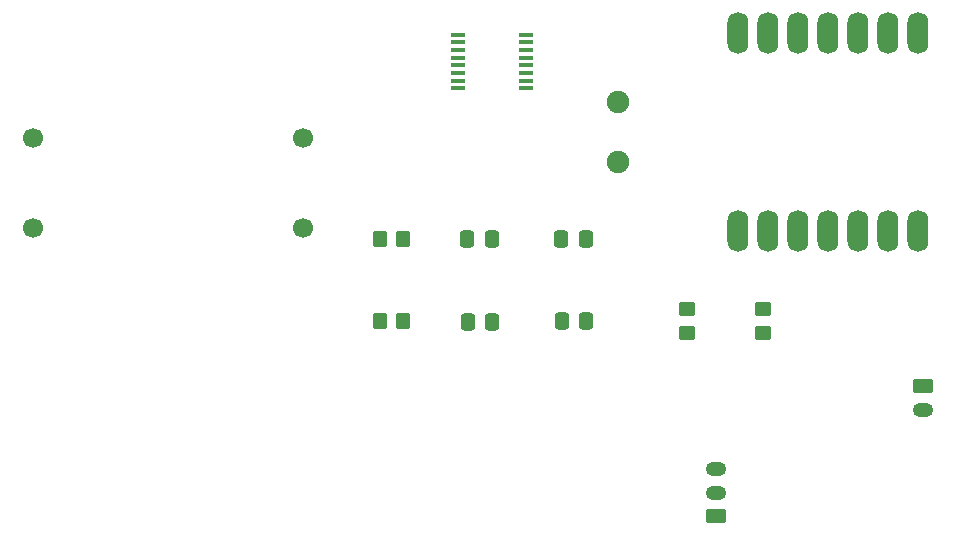
<source format=gbr>
%TF.GenerationSoftware,KiCad,Pcbnew,9.0.6*%
%TF.CreationDate,2026-02-22T18:14:21-08:00*%
%TF.ProjectId,display,64697370-6c61-4792-9e6b-696361645f70,rev?*%
%TF.SameCoordinates,Original*%
%TF.FileFunction,Soldermask,Top*%
%TF.FilePolarity,Negative*%
%FSLAX46Y46*%
G04 Gerber Fmt 4.6, Leading zero omitted, Abs format (unit mm)*
G04 Created by KiCad (PCBNEW 9.0.6) date 2026-02-22 18:14:21*
%MOMM*%
%LPD*%
G01*
G04 APERTURE LIST*
G04 Aperture macros list*
%AMRoundRect*
0 Rectangle with rounded corners*
0 $1 Rounding radius*
0 $2 $3 $4 $5 $6 $7 $8 $9 X,Y pos of 4 corners*
0 Add a 4 corners polygon primitive as box body*
4,1,4,$2,$3,$4,$5,$6,$7,$8,$9,$2,$3,0*
0 Add four circle primitives for the rounded corners*
1,1,$1+$1,$2,$3*
1,1,$1+$1,$4,$5*
1,1,$1+$1,$6,$7*
1,1,$1+$1,$8,$9*
0 Add four rect primitives between the rounded corners*
20,1,$1+$1,$2,$3,$4,$5,0*
20,1,$1+$1,$4,$5,$6,$7,0*
20,1,$1+$1,$6,$7,$8,$9,0*
20,1,$1+$1,$8,$9,$2,$3,0*%
G04 Aperture macros list end*
%ADD10O,1.750000X1.200000*%
%ADD11RoundRect,0.250000X-0.625000X0.350000X-0.625000X-0.350000X0.625000X-0.350000X0.625000X0.350000X0*%
%ADD12O,1.778000X3.556000*%
%ADD13C,1.905000*%
%ADD14R,1.168400X0.304800*%
%ADD15RoundRect,0.250000X0.450000X-0.350000X0.450000X0.350000X-0.450000X0.350000X-0.450000X-0.350000X0*%
%ADD16RoundRect,0.250000X-0.450000X0.350000X-0.450000X-0.350000X0.450000X-0.350000X0.450000X0.350000X0*%
%ADD17RoundRect,0.250000X-0.350000X-0.450000X0.350000X-0.450000X0.350000X0.450000X-0.350000X0.450000X0*%
%ADD18RoundRect,0.250000X0.350000X0.450000X-0.350000X0.450000X-0.350000X-0.450000X0.350000X-0.450000X0*%
%ADD19RoundRect,0.250000X0.625000X-0.350000X0.625000X0.350000X-0.625000X0.350000X-0.625000X-0.350000X0*%
%ADD20RoundRect,0.250000X-0.337500X-0.475000X0.337500X-0.475000X0.337500X0.475000X-0.337500X0.475000X0*%
%ADD21RoundRect,0.250000X0.337500X0.475000X-0.337500X0.475000X-0.337500X-0.475000X0.337500X-0.475000X0*%
%ADD22C,1.700000*%
G04 APERTURE END LIST*
D10*
%TO.C,J2*%
X178000000Y-118500000D03*
D11*
X178000000Y-116500000D03*
%TD*%
D12*
%TO.C,U2*%
X177620000Y-86618000D03*
X175080000Y-86618000D03*
X172540000Y-86618000D03*
X170000000Y-86618000D03*
X167460000Y-86618000D03*
X164920000Y-86618000D03*
X162380000Y-86618000D03*
X162380000Y-103382000D03*
X164920000Y-103382000D03*
X167460000Y-103382000D03*
X170000000Y-103382000D03*
X172540000Y-103382000D03*
X175080000Y-103382000D03*
X177620000Y-103382000D03*
D13*
X152220000Y-92460000D03*
X152220000Y-97540000D03*
%TD*%
D14*
%TO.C,U1*%
X138629800Y-86725001D03*
X138629800Y-87374999D03*
X138629800Y-88025001D03*
X138629800Y-88674999D03*
X138629800Y-89324998D03*
X138629800Y-89974999D03*
X138629800Y-90624998D03*
X138629800Y-91274999D03*
X144370200Y-91274999D03*
X144370200Y-90625001D03*
X144370200Y-89974999D03*
X144370200Y-89325001D03*
X144370200Y-88675002D03*
X144370200Y-88025001D03*
X144370200Y-87375002D03*
X144370200Y-86725001D03*
%TD*%
D15*
%TO.C,R4*%
X164500000Y-112000000D03*
X164500000Y-110000000D03*
%TD*%
D16*
%TO.C,R3*%
X158000000Y-110000000D03*
X158000000Y-112000000D03*
%TD*%
D17*
%TO.C,R2*%
X132000000Y-110962500D03*
X134000000Y-110962500D03*
%TD*%
D18*
%TO.C,R1*%
X134000000Y-104000000D03*
X132000000Y-104000000D03*
%TD*%
D19*
%TO.C,J1*%
X160450000Y-127500000D03*
D10*
X160450000Y-125500000D03*
X160450000Y-123500000D03*
%TD*%
D20*
%TO.C,C4*%
X147387500Y-104037500D03*
X149462500Y-104037500D03*
%TD*%
D21*
%TO.C,C3*%
X149500000Y-111000000D03*
X147425000Y-111000000D03*
%TD*%
D20*
%TO.C,C2*%
X139425000Y-104037500D03*
X141500000Y-104037500D03*
%TD*%
%TO.C,C1*%
X139462500Y-111037500D03*
X141537500Y-111037500D03*
%TD*%
D22*
%TO.C,M1*%
X102640000Y-103120000D03*
X102640000Y-95500000D03*
X125500000Y-103120000D03*
X125500000Y-95500000D03*
%TD*%
M02*

</source>
